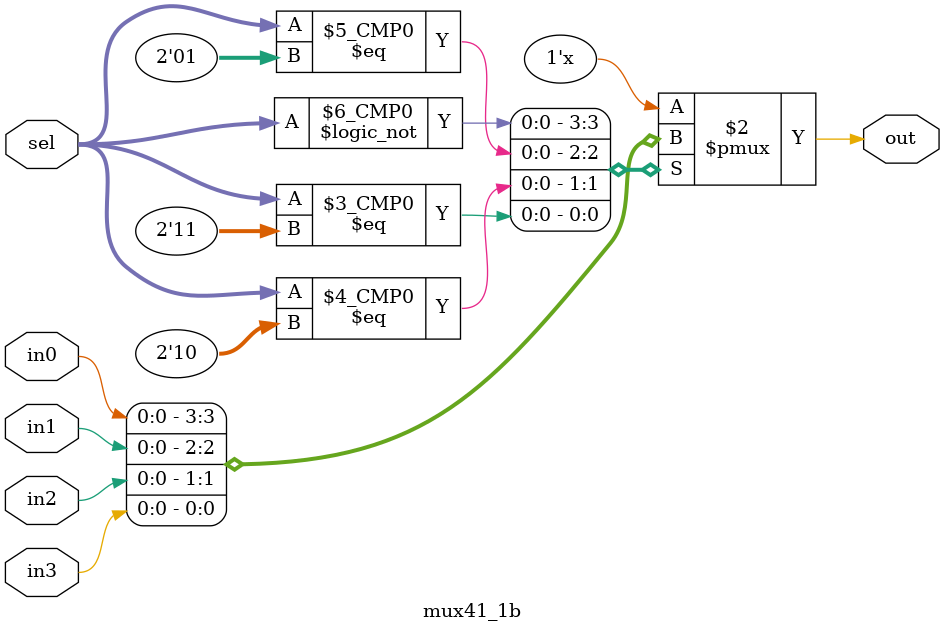
<source format=v>
/* 4:1 Multiplexer(1bit)*/
module mux41_1b(in0,in1,in2,in3,sel,out);
  input in0, in1, in2, in3;
  input [1:0] sel;
  output reg out;
  
  // select
  always @(*) begin
    case(sel)
	  2'b00 : out = in0;
	  2'b01 : out = in1;
	  2'b10 : out = in2;
	  2'b11 : out = in3;
	endcase
  end
endmodule
</source>
